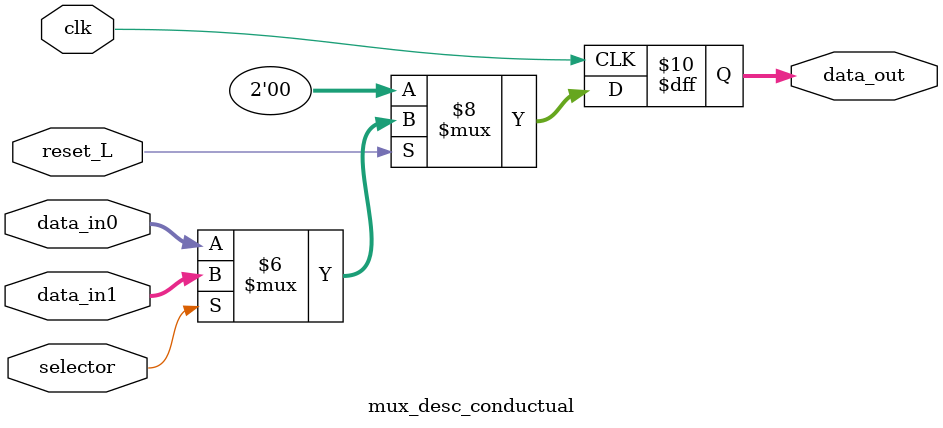
<source format=v>
module mux_desc_conductual (
	input clk,
	input reset_L,
	input selector,
	input [1:0] data_in0,
	input [1:0] data_in1,
	output reg [1:0] data_out
	);	

	always @(posedge clk) begin
		if (reset_L != 0)begin
	        if (selector == 0)
            	data_out <= data_in0;  
			else 
				data_out <= data_in1; 
    	end
      	else
		  data_out <= 2'b00;  

    end

endmodule


</source>
